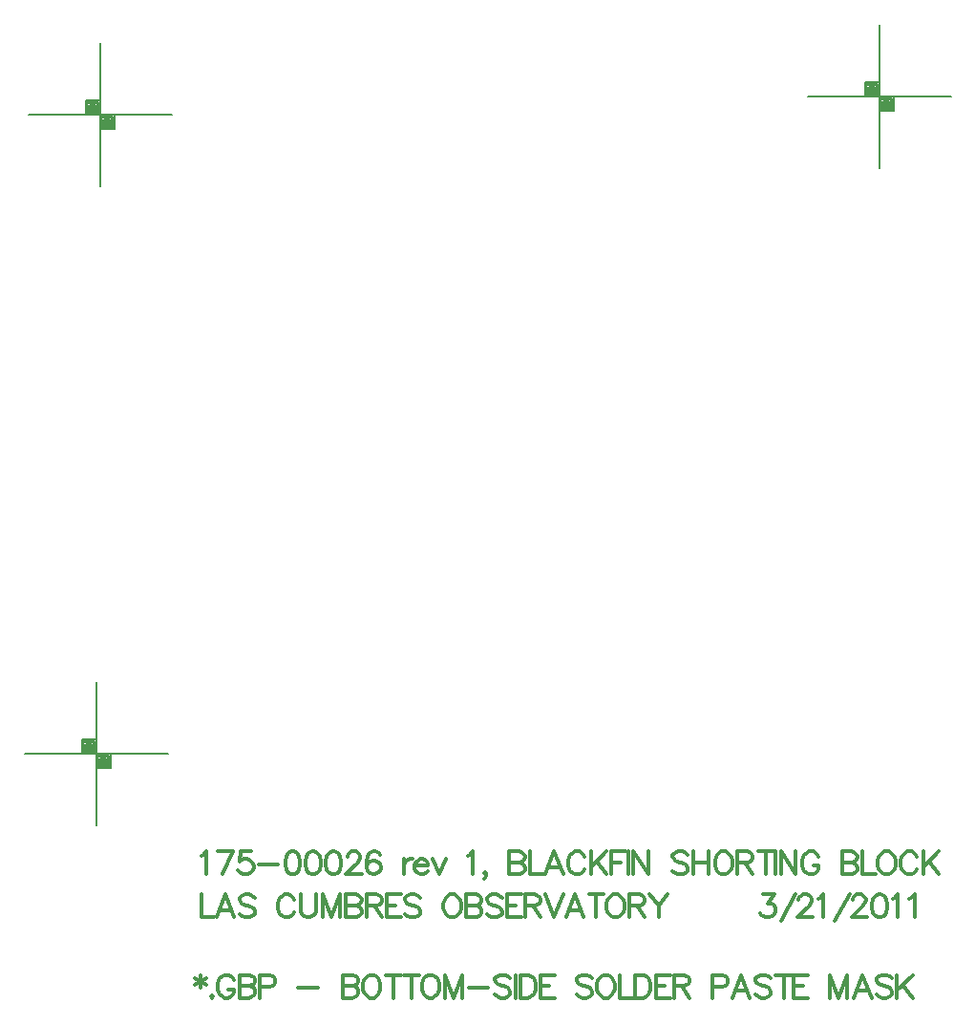
<source format=gbp>
%FSLAX23Y23*%
%MOIN*%
G70*
G01*
G75*
G04 Layer_Color=128*
%ADD10R,0.067X0.014*%
%ADD11C,0.010*%
%ADD12C,0.012*%
%ADD13C,0.008*%
%ADD14C,0.012*%
%ADD15C,0.012*%
%ADD16C,0.030*%
%ADD17C,0.007*%
%ADD18C,0.005*%
%ADD19C,0.012*%
%ADD20R,0.165X0.130*%
%ADD21R,0.075X0.022*%
%ADD22C,0.008*%
%ADD23C,0.038*%
%ADD24R,0.992X0.189*%
D13*
X14130Y11983D02*
X14630D01*
X14380Y11733D02*
Y12233D01*
X14330Y11983D02*
Y12033D01*
X14380D01*
X14430Y11933D02*
Y11983D01*
X14380Y11933D02*
X14430D01*
X14385Y11978D02*
X14425D01*
Y11938D02*
Y11978D01*
X14385Y11938D02*
X14425D01*
X14385D02*
Y11978D01*
X14390Y11973D02*
X14420D01*
Y11943D02*
Y11973D01*
X14390Y11943D02*
X14420D01*
X14390D02*
Y11968D01*
X14395D02*
X14415D01*
Y11948D02*
Y11968D01*
X14395Y11948D02*
X14415D01*
X14395D02*
Y11963D01*
X14400D02*
X14410D01*
Y11953D02*
Y11963D01*
X14400Y11953D02*
X14410D01*
X14400D02*
Y11963D01*
Y11958D02*
X14410D01*
X14335Y12028D02*
X14375D01*
Y11988D02*
Y12028D01*
X14335Y11988D02*
X14375D01*
X14335D02*
Y12028D01*
X14340Y12023D02*
X14370D01*
Y11993D02*
Y12023D01*
X14340Y11993D02*
X14370D01*
X14340D02*
Y12018D01*
X14345D02*
X14365D01*
Y11998D02*
Y12018D01*
X14345Y11998D02*
X14365D01*
X14345D02*
Y12013D01*
X14350D02*
X14360D01*
Y12003D02*
Y12013D01*
X14350Y12003D02*
X14360D01*
X14350D02*
Y12013D01*
Y12008D02*
X14360D01*
X16850Y12046D02*
X17350D01*
X17100Y11796D02*
Y12296D01*
X17050Y12046D02*
Y12096D01*
X17100D01*
X17150Y11996D02*
Y12046D01*
X17100Y11996D02*
X17150D01*
X17105Y12041D02*
X17145D01*
Y12001D02*
Y12041D01*
X17105Y12001D02*
X17145D01*
X17105D02*
Y12041D01*
X17110Y12036D02*
X17140D01*
Y12006D02*
Y12036D01*
X17110Y12006D02*
X17140D01*
X17110D02*
Y12031D01*
X17115D02*
X17135D01*
Y12011D02*
Y12031D01*
X17115Y12011D02*
X17135D01*
X17115D02*
Y12026D01*
X17120D02*
X17130D01*
Y12016D02*
Y12026D01*
X17120Y12016D02*
X17130D01*
X17120D02*
Y12026D01*
Y12021D02*
X17130D01*
X17055Y12091D02*
X17095D01*
Y12051D02*
Y12091D01*
X17055Y12051D02*
X17095D01*
X17055D02*
Y12091D01*
X17060Y12086D02*
X17090D01*
Y12056D02*
Y12086D01*
X17060Y12056D02*
X17090D01*
X17060D02*
Y12081D01*
X17065D02*
X17085D01*
Y12061D02*
Y12081D01*
X17065Y12061D02*
X17085D01*
X17065D02*
Y12076D01*
X17070D02*
X17080D01*
Y12066D02*
Y12076D01*
X17070Y12066D02*
X17080D01*
X17070D02*
Y12076D01*
Y12071D02*
X17080D01*
X14116Y9752D02*
X14616D01*
X14366Y9502D02*
Y10002D01*
X14316Y9752D02*
Y9802D01*
X14366D01*
X14416Y9702D02*
Y9752D01*
X14366Y9702D02*
X14416D01*
X14371Y9747D02*
X14411D01*
Y9707D02*
Y9747D01*
X14371Y9707D02*
X14411D01*
X14371D02*
Y9747D01*
X14376Y9742D02*
X14406D01*
Y9712D02*
Y9742D01*
X14376Y9712D02*
X14406D01*
X14376D02*
Y9737D01*
X14381D02*
X14401D01*
Y9717D02*
Y9737D01*
X14381Y9717D02*
X14401D01*
X14381D02*
Y9732D01*
X14386D02*
X14396D01*
Y9722D02*
Y9732D01*
X14386Y9722D02*
X14396D01*
X14386D02*
Y9732D01*
Y9727D02*
X14396D01*
X14321Y9797D02*
X14361D01*
Y9757D02*
Y9797D01*
X14321Y9757D02*
X14361D01*
X14321D02*
Y9797D01*
X14326Y9792D02*
X14356D01*
Y9762D02*
Y9792D01*
X14326Y9762D02*
X14356D01*
X14326D02*
Y9787D01*
X14331D02*
X14351D01*
Y9767D02*
Y9787D01*
X14331Y9767D02*
X14351D01*
X14331D02*
Y9782D01*
X14336D02*
X14346D01*
Y9772D02*
Y9782D01*
X14336Y9772D02*
X14346D01*
X14336D02*
Y9782D01*
Y9777D02*
X14346D01*
D14*
X14733Y9262D02*
Y9182D01*
X14778D01*
X14848D02*
X14817Y9262D01*
X14787Y9182D01*
X14798Y9208D02*
X14837D01*
X14920Y9250D02*
X14912Y9258D01*
X14901Y9262D01*
X14886D01*
X14874Y9258D01*
X14867Y9250D01*
Y9243D01*
X14870Y9235D01*
X14874Y9231D01*
X14882Y9227D01*
X14905Y9220D01*
X14912Y9216D01*
X14916Y9212D01*
X14920Y9204D01*
Y9193D01*
X14912Y9185D01*
X14901Y9182D01*
X14886D01*
X14874Y9185D01*
X14867Y9193D01*
X15058Y9243D02*
X15054Y9250D01*
X15046Y9258D01*
X15039Y9262D01*
X15024D01*
X15016Y9258D01*
X15008Y9250D01*
X15005Y9243D01*
X15001Y9231D01*
Y9212D01*
X15005Y9201D01*
X15008Y9193D01*
X15016Y9185D01*
X15024Y9182D01*
X15039D01*
X15046Y9185D01*
X15054Y9193D01*
X15058Y9201D01*
X15080Y9262D02*
Y9204D01*
X15084Y9193D01*
X15092Y9185D01*
X15103Y9182D01*
X15111D01*
X15122Y9185D01*
X15130Y9193D01*
X15134Y9204D01*
Y9262D01*
X15156D02*
Y9182D01*
Y9262D02*
X15186Y9182D01*
X15217Y9262D02*
X15186Y9182D01*
X15217Y9262D02*
Y9182D01*
X15239Y9262D02*
Y9182D01*
Y9262D02*
X15274D01*
X15285Y9258D01*
X15289Y9254D01*
X15293Y9246D01*
Y9239D01*
X15289Y9231D01*
X15285Y9227D01*
X15274Y9223D01*
X15239D02*
X15274D01*
X15285Y9220D01*
X15289Y9216D01*
X15293Y9208D01*
Y9197D01*
X15289Y9189D01*
X15285Y9185D01*
X15274Y9182D01*
X15239D01*
X15311Y9262D02*
Y9182D01*
Y9262D02*
X15345D01*
X15356Y9258D01*
X15360Y9254D01*
X15364Y9246D01*
Y9239D01*
X15360Y9231D01*
X15356Y9227D01*
X15345Y9223D01*
X15311D01*
X15337D02*
X15364Y9182D01*
X15431Y9262D02*
X15382D01*
Y9182D01*
X15431D01*
X15382Y9223D02*
X15412D01*
X15498Y9250D02*
X15490Y9258D01*
X15479Y9262D01*
X15464D01*
X15452Y9258D01*
X15445Y9250D01*
Y9243D01*
X15449Y9235D01*
X15452Y9231D01*
X15460Y9227D01*
X15483Y9220D01*
X15490Y9216D01*
X15494Y9212D01*
X15498Y9204D01*
Y9193D01*
X15490Y9185D01*
X15479Y9182D01*
X15464D01*
X15452Y9185D01*
X15445Y9193D01*
X15602Y9262D02*
X15594Y9258D01*
X15586Y9250D01*
X15583Y9243D01*
X15579Y9231D01*
Y9212D01*
X15583Y9201D01*
X15586Y9193D01*
X15594Y9185D01*
X15602Y9182D01*
X15617D01*
X15625Y9185D01*
X15632Y9193D01*
X15636Y9201D01*
X15640Y9212D01*
Y9231D01*
X15636Y9243D01*
X15632Y9250D01*
X15625Y9258D01*
X15617Y9262D01*
X15602D01*
X15658D02*
Y9182D01*
Y9262D02*
X15693D01*
X15704Y9258D01*
X15708Y9254D01*
X15712Y9246D01*
Y9239D01*
X15708Y9231D01*
X15704Y9227D01*
X15693Y9223D01*
X15658D02*
X15693D01*
X15704Y9220D01*
X15708Y9216D01*
X15712Y9208D01*
Y9197D01*
X15708Y9189D01*
X15704Y9185D01*
X15693Y9182D01*
X15658D01*
X15783Y9250D02*
X15775Y9258D01*
X15764Y9262D01*
X15749D01*
X15737Y9258D01*
X15730Y9250D01*
Y9243D01*
X15733Y9235D01*
X15737Y9231D01*
X15745Y9227D01*
X15768Y9220D01*
X15775Y9216D01*
X15779Y9212D01*
X15783Y9204D01*
Y9193D01*
X15775Y9185D01*
X15764Y9182D01*
X15749D01*
X15737Y9185D01*
X15730Y9193D01*
X15850Y9262D02*
X15801D01*
Y9182D01*
X15850D01*
X15801Y9223D02*
X15831D01*
X15864Y9262D02*
Y9182D01*
Y9262D02*
X15898D01*
X15909Y9258D01*
X15913Y9254D01*
X15917Y9246D01*
Y9239D01*
X15913Y9231D01*
X15909Y9227D01*
X15898Y9223D01*
X15864D01*
X15890D02*
X15917Y9182D01*
X15935Y9262D02*
X15965Y9182D01*
X15996Y9262D02*
X15965Y9182D01*
X16067D02*
X16037Y9262D01*
X16006Y9182D01*
X16018Y9208D02*
X16056D01*
X16112Y9262D02*
Y9182D01*
X16086Y9262D02*
X16139D01*
X16171D02*
X16164Y9258D01*
X16156Y9250D01*
X16152Y9243D01*
X16149Y9231D01*
Y9212D01*
X16152Y9201D01*
X16156Y9193D01*
X16164Y9185D01*
X16171Y9182D01*
X16187D01*
X16194Y9185D01*
X16202Y9193D01*
X16206Y9201D01*
X16210Y9212D01*
Y9231D01*
X16206Y9243D01*
X16202Y9250D01*
X16194Y9258D01*
X16187Y9262D01*
X16171D01*
X16228D02*
Y9182D01*
Y9262D02*
X16263D01*
X16274Y9258D01*
X16278Y9254D01*
X16282Y9246D01*
Y9239D01*
X16278Y9231D01*
X16274Y9227D01*
X16263Y9223D01*
X16228D01*
X16255D02*
X16282Y9182D01*
X16299Y9262D02*
X16330Y9223D01*
Y9182D01*
X16360Y9262D02*
X16330Y9223D01*
X16693Y9262D02*
X16734D01*
X16712Y9231D01*
X16723D01*
X16731Y9227D01*
X16734Y9223D01*
X16738Y9212D01*
Y9204D01*
X16734Y9193D01*
X16727Y9185D01*
X16715Y9182D01*
X16704D01*
X16693Y9185D01*
X16689Y9189D01*
X16685Y9197D01*
X16756Y9170D02*
X16809Y9262D01*
X16819Y9243D02*
Y9246D01*
X16822Y9254D01*
X16826Y9258D01*
X16834Y9262D01*
X16849D01*
X16857Y9258D01*
X16860Y9254D01*
X16864Y9246D01*
Y9239D01*
X16860Y9231D01*
X16853Y9220D01*
X16815Y9182D01*
X16868D01*
X16886Y9246D02*
X16894Y9250D01*
X16905Y9262D01*
Y9182D01*
X16945Y9170D02*
X16998Y9262D01*
X17007Y9243D02*
Y9246D01*
X17011Y9254D01*
X17015Y9258D01*
X17022Y9262D01*
X17038D01*
X17045Y9258D01*
X17049Y9254D01*
X17053Y9246D01*
Y9239D01*
X17049Y9231D01*
X17041Y9220D01*
X17003Y9182D01*
X17057D01*
X17097Y9262D02*
X17086Y9258D01*
X17078Y9246D01*
X17075Y9227D01*
Y9216D01*
X17078Y9197D01*
X17086Y9185D01*
X17097Y9182D01*
X17105D01*
X17116Y9185D01*
X17124Y9197D01*
X17128Y9216D01*
Y9227D01*
X17124Y9246D01*
X17116Y9258D01*
X17105Y9262D01*
X17097D01*
X17146Y9246D02*
X17153Y9250D01*
X17165Y9262D01*
Y9182D01*
X17204Y9246D02*
X17212Y9250D01*
X17223Y9262D01*
Y9182D01*
D15*
X14731Y8981D02*
Y8935D01*
X14712Y8970D02*
X14750Y8947D01*
Y8970D02*
X14712Y8947D01*
X14770Y8909D02*
X14766Y8905D01*
X14770Y8901D01*
X14774Y8905D01*
X14770Y8909D01*
X14848Y8962D02*
X14844Y8970D01*
X14837Y8977D01*
X14829Y8981D01*
X14814D01*
X14806Y8977D01*
X14799Y8970D01*
X14795Y8962D01*
X14791Y8951D01*
Y8931D01*
X14795Y8920D01*
X14799Y8912D01*
X14806Y8905D01*
X14814Y8901D01*
X14829D01*
X14837Y8905D01*
X14844Y8912D01*
X14848Y8920D01*
Y8931D01*
X14829D02*
X14848D01*
X14867Y8981D02*
Y8901D01*
Y8981D02*
X14901D01*
X14912Y8977D01*
X14916Y8973D01*
X14920Y8966D01*
Y8958D01*
X14916Y8951D01*
X14912Y8947D01*
X14901Y8943D01*
X14867D02*
X14901D01*
X14912Y8939D01*
X14916Y8935D01*
X14920Y8928D01*
Y8916D01*
X14916Y8909D01*
X14912Y8905D01*
X14901Y8901D01*
X14867D01*
X14938Y8939D02*
X14972D01*
X14983Y8943D01*
X14987Y8947D01*
X14991Y8954D01*
Y8966D01*
X14987Y8973D01*
X14983Y8977D01*
X14972Y8981D01*
X14938D01*
Y8901D01*
X15072Y8935D02*
X15140D01*
X15227Y8981D02*
Y8901D01*
Y8981D02*
X15261D01*
X15273Y8977D01*
X15276Y8973D01*
X15280Y8966D01*
Y8958D01*
X15276Y8951D01*
X15273Y8947D01*
X15261Y8943D01*
X15227D02*
X15261D01*
X15273Y8939D01*
X15276Y8935D01*
X15280Y8928D01*
Y8916D01*
X15276Y8909D01*
X15273Y8905D01*
X15261Y8901D01*
X15227D01*
X15321Y8981D02*
X15313Y8977D01*
X15306Y8970D01*
X15302Y8962D01*
X15298Y8951D01*
Y8931D01*
X15302Y8920D01*
X15306Y8912D01*
X15313Y8905D01*
X15321Y8901D01*
X15336D01*
X15344Y8905D01*
X15351Y8912D01*
X15355Y8920D01*
X15359Y8931D01*
Y8951D01*
X15355Y8962D01*
X15351Y8970D01*
X15344Y8977D01*
X15336Y8981D01*
X15321D01*
X15404D02*
Y8901D01*
X15378Y8981D02*
X15431D01*
X15467D02*
Y8901D01*
X15441Y8981D02*
X15494D01*
X15526D02*
X15519Y8977D01*
X15511Y8970D01*
X15507Y8962D01*
X15503Y8951D01*
Y8931D01*
X15507Y8920D01*
X15511Y8912D01*
X15519Y8905D01*
X15526Y8901D01*
X15541D01*
X15549Y8905D01*
X15557Y8912D01*
X15560Y8920D01*
X15564Y8931D01*
Y8951D01*
X15560Y8962D01*
X15557Y8970D01*
X15549Y8977D01*
X15541Y8981D01*
X15526D01*
X15583D02*
Y8901D01*
Y8981D02*
X15613Y8901D01*
X15644Y8981D02*
X15613Y8901D01*
X15644Y8981D02*
Y8901D01*
X15667Y8935D02*
X15735D01*
X15812Y8970D02*
X15805Y8977D01*
X15793Y8981D01*
X15778D01*
X15767Y8977D01*
X15759Y8970D01*
Y8962D01*
X15763Y8954D01*
X15767Y8951D01*
X15774Y8947D01*
X15797Y8939D01*
X15805Y8935D01*
X15808Y8931D01*
X15812Y8924D01*
Y8912D01*
X15805Y8905D01*
X15793Y8901D01*
X15778D01*
X15767Y8905D01*
X15759Y8912D01*
X15830Y8981D02*
Y8901D01*
X15847Y8981D02*
Y8901D01*
Y8981D02*
X15874D01*
X15885Y8977D01*
X15893Y8970D01*
X15896Y8962D01*
X15900Y8951D01*
Y8931D01*
X15896Y8920D01*
X15893Y8912D01*
X15885Y8905D01*
X15874Y8901D01*
X15847D01*
X15968Y8981D02*
X15918D01*
Y8901D01*
X15968D01*
X15918Y8943D02*
X15949D01*
X16097Y8970D02*
X16090Y8977D01*
X16078Y8981D01*
X16063D01*
X16051Y8977D01*
X16044Y8970D01*
Y8962D01*
X16048Y8954D01*
X16051Y8951D01*
X16059Y8947D01*
X16082Y8939D01*
X16090Y8935D01*
X16093Y8931D01*
X16097Y8924D01*
Y8912D01*
X16090Y8905D01*
X16078Y8901D01*
X16063D01*
X16051Y8905D01*
X16044Y8912D01*
X16138Y8981D02*
X16130Y8977D01*
X16123Y8970D01*
X16119Y8962D01*
X16115Y8951D01*
Y8931D01*
X16119Y8920D01*
X16123Y8912D01*
X16130Y8905D01*
X16138Y8901D01*
X16153D01*
X16161Y8905D01*
X16168Y8912D01*
X16172Y8920D01*
X16176Y8931D01*
Y8951D01*
X16172Y8962D01*
X16168Y8970D01*
X16161Y8977D01*
X16153Y8981D01*
X16138D01*
X16195D02*
Y8901D01*
X16240D01*
X16249Y8981D02*
Y8901D01*
Y8981D02*
X16276D01*
X16287Y8977D01*
X16295Y8970D01*
X16299Y8962D01*
X16302Y8951D01*
Y8931D01*
X16299Y8920D01*
X16295Y8912D01*
X16287Y8905D01*
X16276Y8901D01*
X16249D01*
X16370Y8981D02*
X16320D01*
Y8901D01*
X16370D01*
X16320Y8943D02*
X16351D01*
X16383Y8981D02*
Y8901D01*
Y8981D02*
X16417D01*
X16429Y8977D01*
X16433Y8973D01*
X16436Y8966D01*
Y8958D01*
X16433Y8951D01*
X16429Y8947D01*
X16417Y8943D01*
X16383D01*
X16410D02*
X16436Y8901D01*
X16517Y8939D02*
X16552D01*
X16563Y8943D01*
X16567Y8947D01*
X16571Y8954D01*
Y8966D01*
X16567Y8973D01*
X16563Y8977D01*
X16552Y8981D01*
X16517D01*
Y8901D01*
X16649D02*
X16619Y8981D01*
X16588Y8901D01*
X16600Y8928D02*
X16638D01*
X16721Y8970D02*
X16714Y8977D01*
X16702Y8981D01*
X16687D01*
X16676Y8977D01*
X16668Y8970D01*
Y8962D01*
X16672Y8954D01*
X16676Y8951D01*
X16683Y8947D01*
X16706Y8939D01*
X16714Y8935D01*
X16718Y8931D01*
X16721Y8924D01*
Y8912D01*
X16714Y8905D01*
X16702Y8901D01*
X16687D01*
X16676Y8905D01*
X16668Y8912D01*
X16766Y8981D02*
Y8901D01*
X16739Y8981D02*
X16793D01*
X16852D02*
X16802D01*
Y8901D01*
X16852D01*
X16802Y8943D02*
X16833D01*
X16928Y8981D02*
Y8901D01*
Y8981D02*
X16958Y8901D01*
X16989Y8981D02*
X16958Y8901D01*
X16989Y8981D02*
Y8901D01*
X17073D02*
X17042Y8981D01*
X17012Y8901D01*
X17023Y8928D02*
X17061D01*
X17145Y8970D02*
X17137Y8977D01*
X17125Y8981D01*
X17110D01*
X17099Y8977D01*
X17091Y8970D01*
Y8962D01*
X17095Y8954D01*
X17099Y8951D01*
X17106Y8947D01*
X17129Y8939D01*
X17137Y8935D01*
X17141Y8931D01*
X17145Y8924D01*
Y8912D01*
X17137Y8905D01*
X17125Y8901D01*
X17110D01*
X17099Y8905D01*
X17091Y8912D01*
X17162Y8981D02*
Y8901D01*
X17216Y8981D02*
X17162Y8928D01*
X17181Y8947D02*
X17216Y8901D01*
X14733Y9396D02*
X14740Y9400D01*
X14752Y9412D01*
Y9332D01*
X14845Y9412D02*
X14806Y9332D01*
X14791Y9412D02*
X14845D01*
X14908D02*
X14870D01*
X14866Y9377D01*
X14870Y9381D01*
X14881Y9385D01*
X14893D01*
X14904Y9381D01*
X14912Y9373D01*
X14916Y9362D01*
Y9354D01*
X14912Y9343D01*
X14904Y9335D01*
X14893Y9332D01*
X14881D01*
X14870Y9335D01*
X14866Y9339D01*
X14862Y9347D01*
X14934Y9366D02*
X15002D01*
X15049Y9412D02*
X15037Y9408D01*
X15030Y9396D01*
X15026Y9377D01*
Y9366D01*
X15030Y9347D01*
X15037Y9335D01*
X15049Y9332D01*
X15056D01*
X15068Y9335D01*
X15075Y9347D01*
X15079Y9366D01*
Y9377D01*
X15075Y9396D01*
X15068Y9408D01*
X15056Y9412D01*
X15049D01*
X15120D02*
X15108Y9408D01*
X15101Y9396D01*
X15097Y9377D01*
Y9366D01*
X15101Y9347D01*
X15108Y9335D01*
X15120Y9332D01*
X15128D01*
X15139Y9335D01*
X15147Y9347D01*
X15150Y9366D01*
Y9377D01*
X15147Y9396D01*
X15139Y9408D01*
X15128Y9412D01*
X15120D01*
X15191D02*
X15180Y9408D01*
X15172Y9396D01*
X15168Y9377D01*
Y9366D01*
X15172Y9347D01*
X15180Y9335D01*
X15191Y9332D01*
X15199D01*
X15210Y9335D01*
X15218Y9347D01*
X15222Y9366D01*
Y9377D01*
X15218Y9396D01*
X15210Y9408D01*
X15199Y9412D01*
X15191D01*
X15243Y9393D02*
Y9396D01*
X15247Y9404D01*
X15251Y9408D01*
X15259Y9412D01*
X15274D01*
X15281Y9408D01*
X15285Y9404D01*
X15289Y9396D01*
Y9389D01*
X15285Y9381D01*
X15278Y9370D01*
X15239Y9332D01*
X15293D01*
X15356Y9400D02*
X15353Y9408D01*
X15341Y9412D01*
X15334D01*
X15322Y9408D01*
X15315Y9396D01*
X15311Y9377D01*
Y9358D01*
X15315Y9343D01*
X15322Y9335D01*
X15334Y9332D01*
X15337D01*
X15349Y9335D01*
X15356Y9343D01*
X15360Y9354D01*
Y9358D01*
X15356Y9370D01*
X15349Y9377D01*
X15337Y9381D01*
X15334D01*
X15322Y9377D01*
X15315Y9370D01*
X15311Y9358D01*
X15441Y9385D02*
Y9332D01*
Y9362D02*
X15444Y9373D01*
X15452Y9381D01*
X15460Y9385D01*
X15471D01*
X15478Y9362D02*
X15524D01*
Y9370D01*
X15520Y9377D01*
X15516Y9381D01*
X15509Y9385D01*
X15497D01*
X15490Y9381D01*
X15482Y9373D01*
X15478Y9362D01*
Y9354D01*
X15482Y9343D01*
X15490Y9335D01*
X15497Y9332D01*
X15509D01*
X15516Y9335D01*
X15524Y9343D01*
X15541Y9385D02*
X15564Y9332D01*
X15587Y9385D02*
X15564Y9332D01*
X15663Y9396D02*
X15670Y9400D01*
X15682Y9412D01*
Y9332D01*
X15729Y9335D02*
X15725Y9332D01*
X15721Y9335D01*
X15725Y9339D01*
X15729Y9335D01*
Y9328D01*
X15725Y9320D01*
X15721Y9316D01*
X15809Y9412D02*
Y9332D01*
Y9412D02*
X15844D01*
X15855Y9408D01*
X15859Y9404D01*
X15863Y9396D01*
Y9389D01*
X15859Y9381D01*
X15855Y9377D01*
X15844Y9373D01*
X15809D02*
X15844D01*
X15855Y9370D01*
X15859Y9366D01*
X15863Y9358D01*
Y9347D01*
X15859Y9339D01*
X15855Y9335D01*
X15844Y9332D01*
X15809D01*
X15881Y9412D02*
Y9332D01*
X15926D01*
X15996D02*
X15965Y9412D01*
X15935Y9332D01*
X15946Y9358D02*
X15984D01*
X16072Y9393D02*
X16068Y9400D01*
X16060Y9408D01*
X16053Y9412D01*
X16037D01*
X16030Y9408D01*
X16022Y9400D01*
X16018Y9393D01*
X16015Y9381D01*
Y9362D01*
X16018Y9351D01*
X16022Y9343D01*
X16030Y9335D01*
X16037Y9332D01*
X16053D01*
X16060Y9335D01*
X16068Y9343D01*
X16072Y9351D01*
X16094Y9412D02*
Y9332D01*
X16147Y9412D02*
X16094Y9358D01*
X16113Y9377D02*
X16147Y9332D01*
X16165Y9412D02*
Y9332D01*
Y9412D02*
X16215D01*
X16165Y9373D02*
X16196D01*
X16224Y9412D02*
Y9332D01*
X16241Y9412D02*
Y9332D01*
Y9412D02*
X16294Y9332D01*
Y9412D02*
Y9332D01*
X16432Y9400D02*
X16425Y9408D01*
X16413Y9412D01*
X16398D01*
X16387Y9408D01*
X16379Y9400D01*
Y9393D01*
X16383Y9385D01*
X16387Y9381D01*
X16394Y9377D01*
X16417Y9370D01*
X16425Y9366D01*
X16429Y9362D01*
X16432Y9354D01*
Y9343D01*
X16425Y9335D01*
X16413Y9332D01*
X16398D01*
X16387Y9335D01*
X16379Y9343D01*
X16450Y9412D02*
Y9332D01*
X16504Y9412D02*
Y9332D01*
X16450Y9373D02*
X16504D01*
X16549Y9412D02*
X16541Y9408D01*
X16533Y9400D01*
X16530Y9393D01*
X16526Y9381D01*
Y9362D01*
X16530Y9351D01*
X16533Y9343D01*
X16541Y9335D01*
X16549Y9332D01*
X16564D01*
X16571Y9335D01*
X16579Y9343D01*
X16583Y9351D01*
X16587Y9362D01*
Y9381D01*
X16583Y9393D01*
X16579Y9400D01*
X16571Y9408D01*
X16564Y9412D01*
X16549D01*
X16605D02*
Y9332D01*
Y9412D02*
X16640D01*
X16651Y9408D01*
X16655Y9404D01*
X16659Y9396D01*
Y9389D01*
X16655Y9381D01*
X16651Y9377D01*
X16640Y9373D01*
X16605D01*
X16632D02*
X16659Y9332D01*
X16703Y9412D02*
Y9332D01*
X16677Y9412D02*
X16730D01*
X16739D02*
Y9332D01*
X16756Y9412D02*
Y9332D01*
Y9412D02*
X16809Y9332D01*
Y9412D02*
Y9332D01*
X16889Y9393D02*
X16885Y9400D01*
X16877Y9408D01*
X16870Y9412D01*
X16854D01*
X16847Y9408D01*
X16839Y9400D01*
X16835Y9393D01*
X16832Y9381D01*
Y9362D01*
X16835Y9351D01*
X16839Y9343D01*
X16847Y9335D01*
X16854Y9332D01*
X16870D01*
X16877Y9335D01*
X16885Y9343D01*
X16889Y9351D01*
Y9362D01*
X16870D02*
X16889D01*
X16970Y9412D02*
Y9332D01*
Y9412D02*
X17004D01*
X17015Y9408D01*
X17019Y9404D01*
X17023Y9396D01*
Y9389D01*
X17019Y9381D01*
X17015Y9377D01*
X17004Y9373D01*
X16970D02*
X17004D01*
X17015Y9370D01*
X17019Y9366D01*
X17023Y9358D01*
Y9347D01*
X17019Y9339D01*
X17015Y9335D01*
X17004Y9332D01*
X16970D01*
X17041Y9412D02*
Y9332D01*
X17087D01*
X17118Y9412D02*
X17111Y9408D01*
X17103Y9400D01*
X17099Y9393D01*
X17095Y9381D01*
Y9362D01*
X17099Y9351D01*
X17103Y9343D01*
X17111Y9335D01*
X17118Y9332D01*
X17134D01*
X17141Y9335D01*
X17149Y9343D01*
X17153Y9351D01*
X17156Y9362D01*
Y9381D01*
X17153Y9393D01*
X17149Y9400D01*
X17141Y9408D01*
X17134Y9412D01*
X17118D01*
X17232Y9393D02*
X17228Y9400D01*
X17221Y9408D01*
X17213Y9412D01*
X17198D01*
X17190Y9408D01*
X17183Y9400D01*
X17179Y9393D01*
X17175Y9381D01*
Y9362D01*
X17179Y9351D01*
X17183Y9343D01*
X17190Y9335D01*
X17198Y9332D01*
X17213D01*
X17221Y9335D01*
X17228Y9343D01*
X17232Y9351D01*
X17255Y9412D02*
Y9332D01*
X17308Y9412D02*
X17255Y9358D01*
X17274Y9377D02*
X17308Y9332D01*
M02*

</source>
